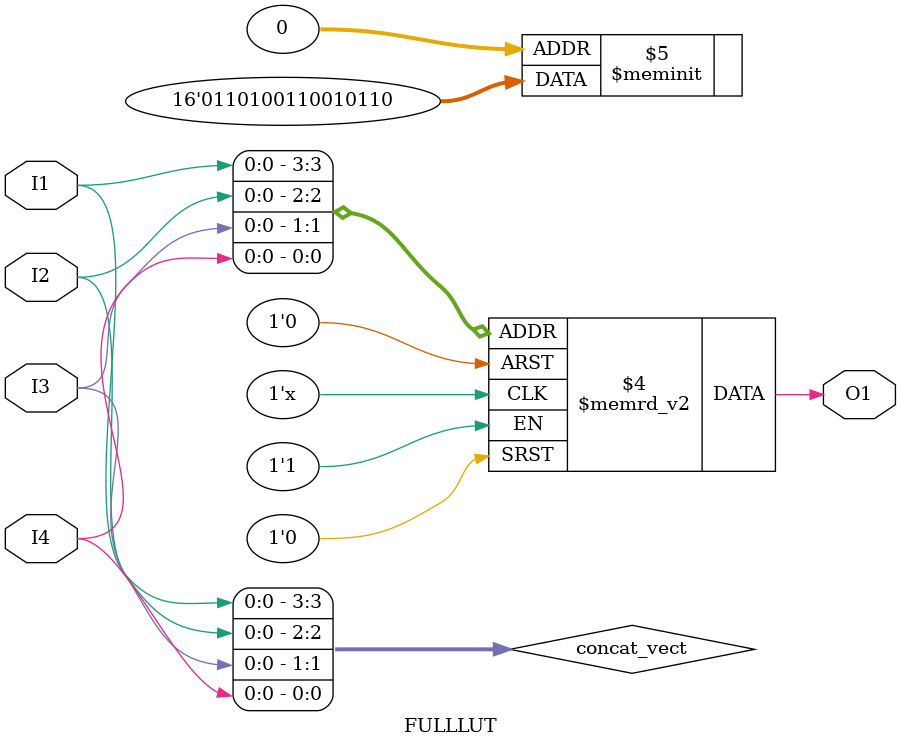
<source format=v>

module FULLLUT(I1,I2,I3,I4,O1);
    input I1,I2,I3,I4;            // Data input
    output O1;       // output Q

    wire [3:0] concat_vect;


assign concat_vect = {I1,I2,I3,I4};

//simple Full LUT example
    always @(concat_vect )
        begin
            case ( concat_vect ) //determine if there is a odd number of 1 in the inputs
                4'b0000: O1<=0;
                4'b0001: O1<=1;
                4'b0010: O1<=1;
                4'b0011: O1<=0;
                4'b0100: O1<=1;
                4'b0101: O1<=0;
                4'b0110: O1<=0;
                4'b0111: O1<=1;
                4'b1000: O1<=1;
                4'b1001: O1<=0;
                4'b1010: O1<=0;
                4'b1011: O1<=1;
                4'b1100: O1<=0;
                4'b1101: O1<=1;
                4'b1110: O1<=1;
                4'b1111: O1<=0;
            endcase
        end

endmodule

</source>
